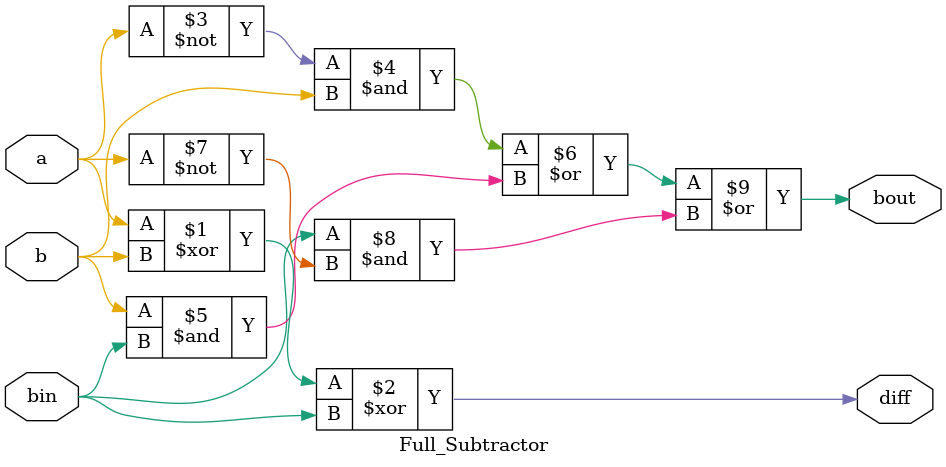
<source format=v>
module Full_Subtractor (input a,b,bin, output diff, bout);

assign diff=a^b^bin;
assign bout=~a&b|b&bin|bin&~a;

endmodule
</source>
